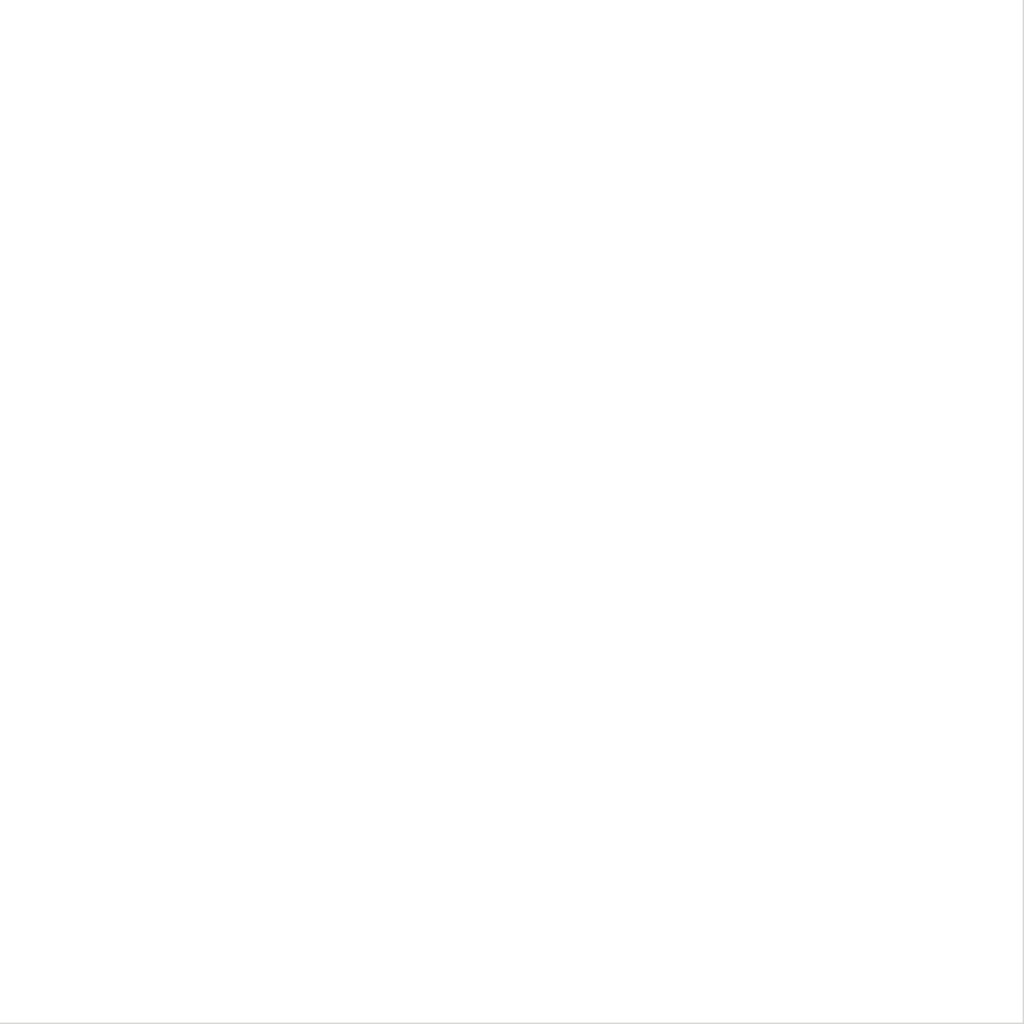
<source format=kicad_pcb>
(kicad_pcb (version 3) (host pcbnew "(2013-08-24 BZR 4298)-stable")

  (general
    (links 0)
    (no_connects 0)
    (area -0.050001 -0.050001 69.050001 69.050001)
    (thickness 1.6)
    (drawings 2)
    (tracks 0)
    (zones 0)
    (modules 0)
    (nets 1)
  )

  (page USLetter)
  (layers
    (15 F.Cu signal)
    (0 B.Cu signal)
    (16 B.Adhes user)
    (17 F.Adhes user)
    (18 B.Paste user)
    (19 F.Paste user)
    (20 B.SilkS user)
    (21 F.SilkS user)
    (22 B.Mask user)
    (23 F.Mask user)
    (24 Dwgs.User user)
    (25 Cmts.User user)
    (26 Eco1.User user)
    (27 Eco2.User user)
    (28 Edge.Cuts user)
  )

  (setup
    (last_trace_width 0.001)
    (user_trace_width 0.001)
    (trace_clearance 0.254)
    (zone_clearance 0.508)
    (zone_45_only no)
    (trace_min 0.001)
    (segment_width 0.2)
    (edge_width 0.1)
    (via_size 0.889)
    (via_drill 0.635)
    (via_min_size 0.889)
    (via_min_drill 0.508)
    (uvia_size 0.508)
    (uvia_drill 0.127)
    (uvias_allowed no)
    (uvia_min_size 0.508)
    (uvia_min_drill 0.127)
    (pcb_text_width 0.3)
    (pcb_text_size 1.5 1.5)
    (mod_edge_width 0.15)
    (mod_text_size 1 1)
    (mod_text_width 0.15)
    (pad_size 1.5 1.5)
    (pad_drill 0.6)
    (pad_to_mask_clearance 0)
    (aux_axis_origin 0 0)
    (visible_elements 7FFFFFFF)
    (pcbplotparams
      (layerselection 268435456)
      (usegerberextensions true)
      (excludeedgelayer true)
      (linewidth 0.150000)
      (plotframeref false)
      (viasonmask false)
      (mode 1)
      (useauxorigin false)
      (hpglpennumber 1)
      (hpglpenspeed 20)
      (hpglpendiameter 15)
      (hpglpenoverlay 2)
      (psnegative false)
      (psa4output false)
      (plotreference true)
      (plotvalue true)
      (plotothertext true)
      (plotinvisibletext false)
      (padsonsilk false)
      (subtractmaskfromsilk false)
      (outputformat 1)
      (mirror false)
      (drillshape 0)
      (scaleselection 1)
      (outputdirectory ""))
  )

  (net 0 "")

  (net_class Default "This is the default net class."
    (clearance 0.254)
    (trace_width 0.254)
    (via_dia 0.889)
    (via_drill 0.635)
    (uvia_dia 0.508)
    (uvia_drill 0.127)
    (add_net "")
  )

  (gr_line (start 69 69) (end 69 0) (angle 90) (layer Edge.Cuts) (width 0.1))
  (gr_line (start 0 69) (end 69 69) (angle 90) (layer Edge.Cuts) (width 0.1))

)

</source>
